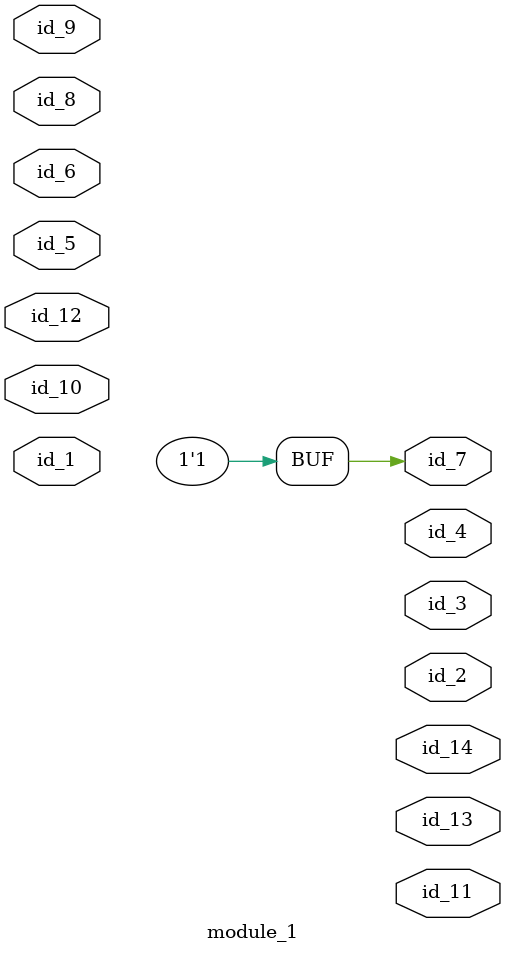
<source format=v>
module module_0;
  wor id_2, id_3, id_4;
  wire id_5, id_6;
endmodule
module module_1 (
    id_1,
    id_2,
    id_3,
    id_4,
    id_5,
    id_6,
    id_7,
    id_8,
    id_9,
    id_10,
    id_11,
    id_12,
    id_13,
    id_14
);
  output wire id_14;
  output wire id_13;
  inout wire id_12;
  output wire id_11;
  input wire id_10;
  input wire id_9;
  inout wire id_8;
  output wire id_7;
  input wire id_6;
  inout wire id_5;
  output wire id_4;
  output wire id_3;
  output wire id_2;
  inout wire id_1;
  assign id_7 = -1;
  wire id_15, id_16;
  module_0 modCall_1 ();
endmodule

</source>
